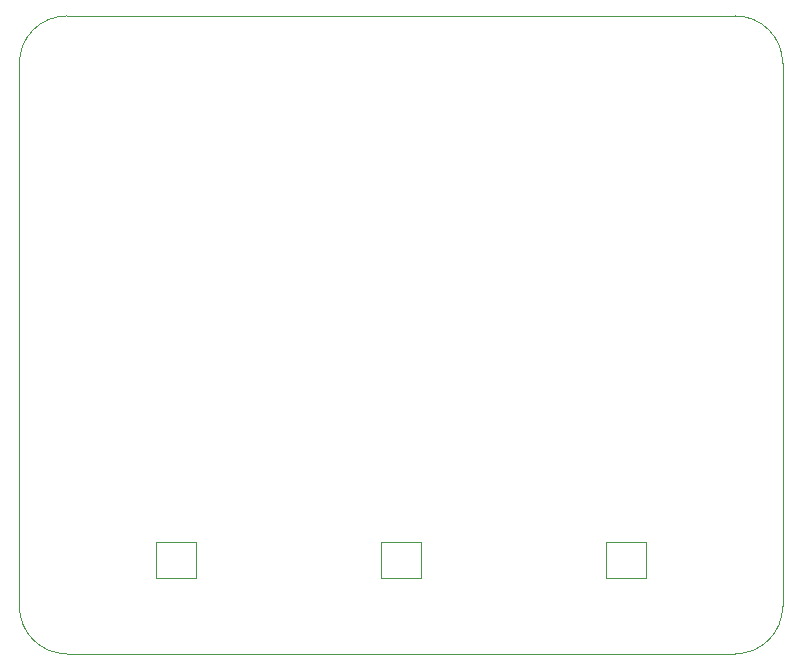
<source format=gbr>
%TF.GenerationSoftware,KiCad,Pcbnew,9.0.2*%
%TF.CreationDate,2026-01-14T17:50:12+01:00*%
%TF.ProjectId,keypad,6b657970-6164-42e6-9b69-6361645f7063,rev?*%
%TF.SameCoordinates,Original*%
%TF.FileFunction,Profile,NP*%
%FSLAX46Y46*%
G04 Gerber Fmt 4.6, Leading zero omitted, Abs format (unit mm)*
G04 Created by KiCad (PCBNEW 9.0.2) date 2026-01-14 17:50:12*
%MOMM*%
%LPD*%
G01*
G04 APERTURE LIST*
%TA.AperFunction,Profile*%
%ADD10C,0.050000*%
%TD*%
%TA.AperFunction,Profile*%
%ADD11C,0.010000*%
%TD*%
G04 APERTURE END LIST*
D10*
X4000000Y-54000000D02*
G75*
G02*
X0Y-50000000I0J4000000D01*
G01*
X64620000Y-50000000D02*
G75*
G02*
X60620000Y-54000000I-4000000J0D01*
G01*
X0Y-4000000D02*
G75*
G02*
X4000000Y0I4000000J0D01*
G01*
X60620000Y0D02*
G75*
G02*
X64620000Y-4000000I0J-4000000D01*
G01*
X0Y-50000000D02*
X0Y-4000000D01*
X64620000Y-4000000D02*
X64620000Y-50000000D01*
X60620000Y-54000000D02*
X4000000Y-54000000D01*
X4000000Y0D02*
X60620000Y0D01*
D11*
%TO.C,U3*%
X53060000Y-47550000D02*
X49660000Y-47550000D01*
X49660000Y-44550000D01*
X53060000Y-44550000D01*
X53060000Y-47550000D01*
%TO.C,U1*%
X14960000Y-47550000D02*
X11560000Y-47550000D01*
X11560000Y-44550000D01*
X14960000Y-44550000D01*
X14960000Y-47550000D01*
%TO.C,U2*%
X34010000Y-47550000D02*
X30610000Y-47550000D01*
X30610000Y-44550000D01*
X34010000Y-44550000D01*
X34010000Y-47550000D01*
%TD*%
M02*

</source>
